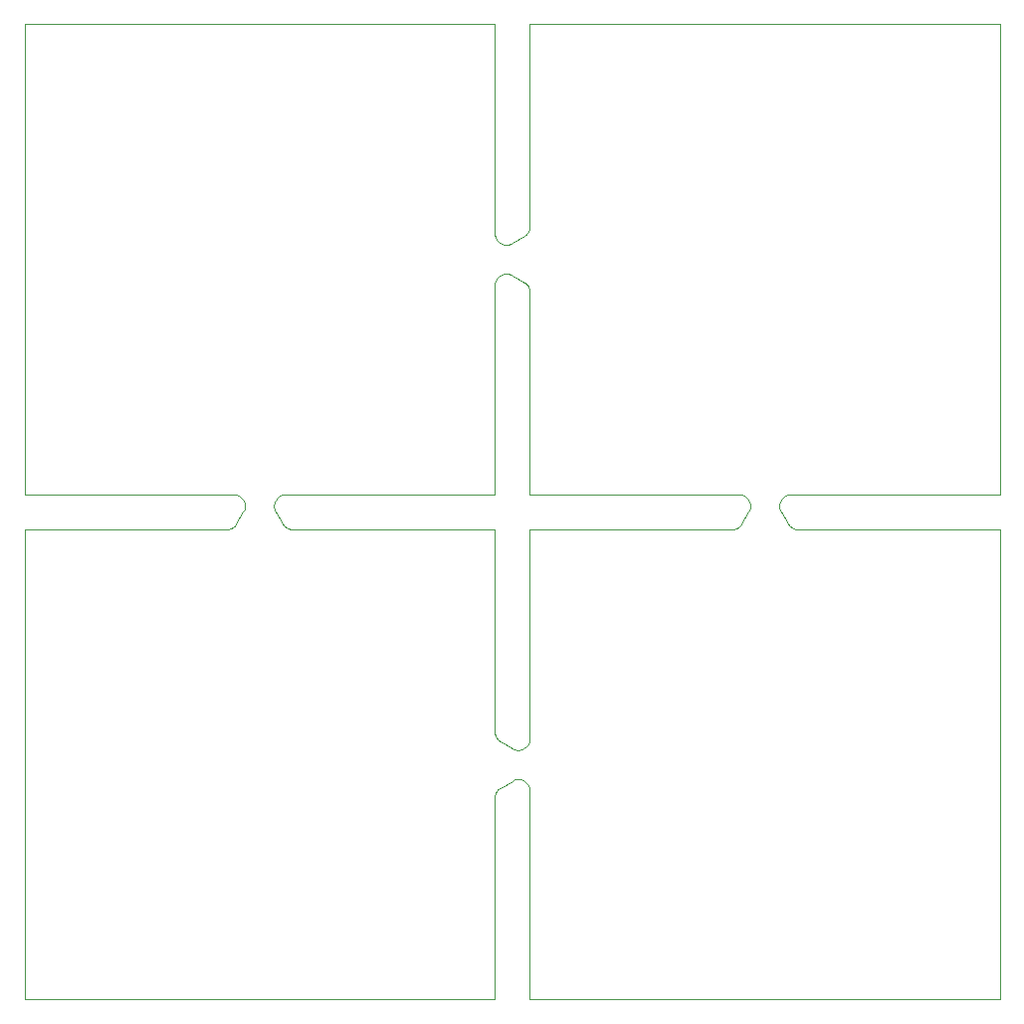
<source format=gko>
%MOIN*%
%OFA0B0*%
%FSLAX36Y36*%
%IPPOS*%
%LPD*%
%ADD10C,0*%
D10*
X000875435Y002362204D02*
X000875435Y002362204D01*
X001574799Y002362204D01*
X001574799Y003061575D01*
X001575017Y003065712D01*
X001575669Y003069803D01*
X001576746Y003073804D01*
X001578239Y003077669D01*
X001580129Y003081355D01*
X001582396Y003084823D01*
X001585015Y003088033D01*
X001587957Y003090950D01*
X001591189Y003093542D01*
X001594675Y003095780D01*
X001598378Y003097639D01*
X001602255Y003099099D01*
X001606264Y003100143D01*
X001610361Y003100760D01*
X001614500Y003100944D01*
X001618635Y003100691D01*
X001622721Y003100005D01*
X001626712Y003098893D01*
X001630564Y003097369D01*
X001634235Y003095448D01*
X001673609Y003072123D01*
X001675336Y003071039D01*
X001677004Y003069867D01*
X001678609Y003068609D01*
X001680148Y003067271D01*
X001681615Y003065854D01*
X001683006Y003064364D01*
X001684319Y003062803D01*
X001685549Y003061177D01*
X001686693Y003059489D01*
X001687748Y003057744D01*
X001688711Y003055947D01*
X001689581Y003054102D01*
X001690353Y003052215D01*
X001691027Y003050291D01*
X001691600Y003048334D01*
X001692071Y003046350D01*
X001692438Y003044344D01*
X001692702Y003042322D01*
X001692860Y003040289D01*
X001692913Y003038250D01*
X001692913Y002362204D01*
X002392280Y002362204D01*
X002396417Y002361986D01*
X002400509Y002361335D01*
X002404509Y002360257D01*
X002408373Y002358765D01*
X002412060Y002356875D01*
X002415528Y002354608D01*
X002418738Y002351989D01*
X002421655Y002349047D01*
X002424247Y002345816D01*
X002426485Y002342329D01*
X002428344Y002338627D01*
X002429804Y002334750D01*
X002430848Y002330741D01*
X002431466Y002326645D01*
X002431649Y002322506D01*
X002431397Y002318371D01*
X002430711Y002314285D01*
X002429600Y002310294D01*
X002428075Y002306442D01*
X002426155Y002302771D01*
X002402835Y002263398D01*
X002401751Y002261670D01*
X002400578Y002260002D01*
X002399321Y002258396D01*
X002397983Y002256858D01*
X002396566Y002255390D01*
X002395076Y002253999D01*
X002393515Y002252686D01*
X002391888Y002251456D01*
X002390200Y002250311D01*
X002388456Y002249256D01*
X002386658Y002248292D01*
X002384813Y002247423D01*
X002382926Y002246651D01*
X002381001Y002245977D01*
X002379044Y002245404D01*
X002377060Y002244933D01*
X002375054Y002244565D01*
X002373032Y002244302D01*
X002370999Y002244143D01*
X002368960Y002244090D01*
X001692913Y002244090D01*
X001692913Y001544727D01*
X001692695Y001540590D01*
X001692043Y001536498D01*
X001690966Y001532498D01*
X001689473Y001528633D01*
X001687583Y001524947D01*
X001685316Y001521479D01*
X001682698Y001518269D01*
X001679756Y001515352D01*
X001676524Y001512760D01*
X001673038Y001510522D01*
X001669336Y001508663D01*
X001665459Y001507203D01*
X001661450Y001506159D01*
X001657353Y001505541D01*
X001653214Y001505358D01*
X001649079Y001505610D01*
X001644994Y001506296D01*
X001641003Y001507407D01*
X001637151Y001508931D01*
X001633480Y001510852D01*
X001594106Y001534172D01*
X001592379Y001535256D01*
X001590710Y001536429D01*
X001589105Y001537686D01*
X001587566Y001539024D01*
X001586099Y001540441D01*
X001584707Y001541931D01*
X001583395Y001543492D01*
X001582164Y001545118D01*
X001581020Y001546806D01*
X001579965Y001548551D01*
X001579001Y001550349D01*
X001578132Y001552193D01*
X001577359Y001554081D01*
X001576686Y001556005D01*
X001576112Y001557963D01*
X001575641Y001559947D01*
X001575274Y001561953D01*
X001575010Y001563975D01*
X001574852Y001566008D01*
X001574799Y001568047D01*
X001574799Y002244090D01*
X000898755Y002244090D01*
X000896717Y002244143D01*
X000894683Y002244302D01*
X000892661Y002244565D01*
X000890655Y002244933D01*
X000888671Y002245404D01*
X000886714Y002245977D01*
X000884789Y002246651D01*
X000882902Y002247423D01*
X000881057Y002248292D01*
X000879260Y002249256D01*
X000877515Y002250311D01*
X000875827Y002251456D01*
X000874201Y002252686D01*
X000872640Y002253999D01*
X000871149Y002255390D01*
X000869733Y002256858D01*
X000868394Y002258396D01*
X000867137Y002260002D01*
X000865965Y002261670D01*
X000864881Y002263398D01*
X000841561Y002302771D01*
X000839640Y002306442D01*
X000838116Y002310294D01*
X000837005Y002314285D01*
X000836319Y002318371D01*
X000836067Y002322506D01*
X000836250Y002326645D01*
X000836867Y002330741D01*
X000837912Y002334750D01*
X000839372Y002338627D01*
X000841231Y002342329D01*
X000843469Y002345816D01*
X000846061Y002349047D01*
X000848978Y002351989D01*
X000852188Y002354608D01*
X000855656Y002356875D01*
X000859342Y002358765D01*
X000863207Y002360257D01*
X000867207Y002361335D01*
X000871298Y002361986D01*
X000875435Y002362204D01*
X001574799Y003937004D02*
X001574799Y003937004D01*
X000000000Y003937004D01*
X000000000Y002362204D01*
X000699367Y002362204D01*
X000703504Y002361986D01*
X000707595Y002361335D01*
X000711595Y002360257D01*
X000715460Y002358765D01*
X000719147Y002356875D01*
X000722614Y002354608D01*
X000725824Y002351989D01*
X000728741Y002349047D01*
X000731333Y002345816D01*
X000733571Y002342329D01*
X000735431Y002338627D01*
X000736890Y002334750D01*
X000737935Y002330741D01*
X000738552Y002326645D01*
X000738736Y002322506D01*
X000738483Y002318371D01*
X000737798Y002314285D01*
X000736686Y002310294D01*
X000735162Y002306442D01*
X000733241Y002302771D01*
X000709921Y002263398D01*
X000708837Y002261670D01*
X000707665Y002260002D01*
X000706408Y002258396D01*
X000705069Y002256858D01*
X000703653Y002255390D01*
X000702162Y002253999D01*
X000700602Y002252686D01*
X000698975Y002251456D01*
X000697287Y002250311D01*
X000695542Y002249256D01*
X000693745Y002248292D01*
X000691900Y002247423D01*
X000690013Y002246651D01*
X000688088Y002245977D01*
X000686131Y002245404D01*
X000684147Y002244933D01*
X000682141Y002244565D01*
X000680119Y002244302D01*
X000678086Y002244143D01*
X000676047Y002244090D01*
X000000000Y002244090D01*
X000000000Y000669291D01*
X001574799Y000669291D01*
X001574799Y001345338D01*
X001574852Y001347377D01*
X001575010Y001349410D01*
X001575274Y001351432D01*
X001575641Y001353438D01*
X001576112Y001355422D01*
X001576686Y001357379D01*
X001577359Y001359304D01*
X001578132Y001361191D01*
X001579001Y001363036D01*
X001579965Y001364833D01*
X001581020Y001366578D01*
X001582164Y001368266D01*
X001583395Y001369893D01*
X001584707Y001371453D01*
X001586099Y001372944D01*
X001587566Y001374360D01*
X001589105Y001375699D01*
X001590710Y001376956D01*
X001592379Y001378128D01*
X001594106Y001379213D01*
X001633480Y001402533D01*
X001637151Y001404453D01*
X001641003Y001405978D01*
X001644994Y001407089D01*
X001649079Y001407774D01*
X001653214Y001408027D01*
X001657353Y001407843D01*
X001661450Y001407226D01*
X001665459Y001406182D01*
X001669336Y001404722D01*
X001673038Y001402863D01*
X001676524Y001400625D01*
X001679756Y001398033D01*
X001682698Y001395116D01*
X001685316Y001391906D01*
X001687583Y001388438D01*
X001689473Y001384751D01*
X001690966Y001380887D01*
X001692043Y001376887D01*
X001692695Y001372795D01*
X001692913Y001368658D01*
X001692913Y000669291D01*
X003267712Y000669291D01*
X003267712Y002244090D01*
X002591669Y002244090D01*
X002589630Y002244143D01*
X002587597Y002244302D01*
X002585575Y002244565D01*
X002583569Y002244933D01*
X002581585Y002245404D01*
X002579628Y002245977D01*
X002577703Y002246651D01*
X002575815Y002247423D01*
X002573971Y002248292D01*
X002572173Y002249256D01*
X002570428Y002250311D01*
X002568740Y002251456D01*
X002567114Y002252686D01*
X002565553Y002253999D01*
X002564063Y002255390D01*
X002562646Y002256858D01*
X002561308Y002258396D01*
X002560051Y002260002D01*
X002558878Y002261670D01*
X002557794Y002263398D01*
X002534474Y002302771D01*
X002532553Y002306442D01*
X002531029Y002310294D01*
X002529918Y002314285D01*
X002529232Y002318371D01*
X002528980Y002322506D01*
X002529163Y002326645D01*
X002529781Y002330741D01*
X002530825Y002334750D01*
X002532285Y002338627D01*
X002534144Y002342329D01*
X002536382Y002345816D01*
X002538974Y002349047D01*
X002541891Y002351989D01*
X002545101Y002354608D01*
X002548569Y002356875D01*
X002552255Y002358765D01*
X002556120Y002360257D01*
X002560120Y002361335D01*
X002564212Y002361986D01*
X002568349Y002362204D01*
X003267712Y002362204D01*
X003267712Y003937004D01*
X001692913Y003937004D01*
X001692913Y003260961D01*
X001692860Y003258923D01*
X001692702Y003256890D01*
X001692438Y003254868D01*
X001692071Y003252862D01*
X001691600Y003250878D01*
X001691027Y003248921D01*
X001690353Y003246996D01*
X001689581Y003245109D01*
X001688711Y003243265D01*
X001687748Y003241467D01*
X001686693Y003239723D01*
X001685549Y003238035D01*
X001684319Y003236408D01*
X001683006Y003234848D01*
X001681615Y003233357D01*
X001680148Y003231941D01*
X001678609Y003230602D01*
X001677004Y003229345D01*
X001675336Y003228173D01*
X001673609Y003227088D01*
X001634235Y003203764D01*
X001630564Y003201843D01*
X001626712Y003200318D01*
X001622721Y003199207D01*
X001618635Y003198521D01*
X001614500Y003198268D01*
X001610361Y003198451D01*
X001606264Y003199068D01*
X001602255Y003200113D01*
X001598378Y003201572D01*
X001594675Y003203432D01*
X001591189Y003205669D01*
X001587957Y003208261D01*
X001585015Y003211178D01*
X001582396Y003214389D01*
X001580129Y003217856D01*
X001578239Y003221543D01*
X001576746Y003225408D01*
X001575669Y003229408D01*
X001575017Y003233500D01*
X001574799Y003237637D01*
X001574799Y003937004D01*
M02*
</source>
